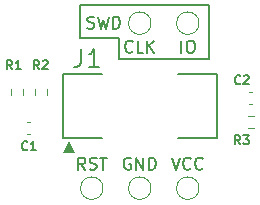
<source format=gbr>
%TF.GenerationSoftware,KiCad,Pcbnew,(5.1.7)-1*%
%TF.CreationDate,2021-02-21T14:58:14-08:00*%
%TF.ProjectId,swd-connection,7377642d-636f-46e6-9e65-6374696f6e2e,A*%
%TF.SameCoordinates,Original*%
%TF.FileFunction,Legend,Top*%
%TF.FilePolarity,Positive*%
%FSLAX46Y46*%
G04 Gerber Fmt 4.6, Leading zero omitted, Abs format (unit mm)*
G04 Created by KiCad (PCBNEW (5.1.7)-1) date 2021-02-21 14:58:14*
%MOMM*%
%LPD*%
G01*
G04 APERTURE LIST*
%ADD10C,0.152400*%
%ADD11C,0.150000*%
%ADD12C,0.120000*%
%ADD13C,0.127000*%
%ADD14C,0.100000*%
G04 APERTURE END LIST*
D10*
X33479619Y-72087619D02*
X33140952Y-71603809D01*
X32899047Y-72087619D02*
X32899047Y-71071619D01*
X33286095Y-71071619D01*
X33382857Y-71120000D01*
X33431238Y-71168380D01*
X33479619Y-71265142D01*
X33479619Y-71410285D01*
X33431238Y-71507047D01*
X33382857Y-71555428D01*
X33286095Y-71603809D01*
X32899047Y-71603809D01*
X33866666Y-72039238D02*
X34011809Y-72087619D01*
X34253714Y-72087619D01*
X34350476Y-72039238D01*
X34398857Y-71990857D01*
X34447238Y-71894095D01*
X34447238Y-71797333D01*
X34398857Y-71700571D01*
X34350476Y-71652190D01*
X34253714Y-71603809D01*
X34060190Y-71555428D01*
X33963428Y-71507047D01*
X33915047Y-71458666D01*
X33866666Y-71361904D01*
X33866666Y-71265142D01*
X33915047Y-71168380D01*
X33963428Y-71120000D01*
X34060190Y-71071619D01*
X34302095Y-71071619D01*
X34447238Y-71120000D01*
X34737523Y-71071619D02*
X35318095Y-71071619D01*
X35027809Y-72087619D02*
X35027809Y-71071619D01*
X40809333Y-71071619D02*
X41148000Y-72087619D01*
X41486666Y-71071619D01*
X42405904Y-71990857D02*
X42357523Y-72039238D01*
X42212380Y-72087619D01*
X42115619Y-72087619D01*
X41970476Y-72039238D01*
X41873714Y-71942476D01*
X41825333Y-71845714D01*
X41776952Y-71652190D01*
X41776952Y-71507047D01*
X41825333Y-71313523D01*
X41873714Y-71216761D01*
X41970476Y-71120000D01*
X42115619Y-71071619D01*
X42212380Y-71071619D01*
X42357523Y-71120000D01*
X42405904Y-71168380D01*
X43421904Y-71990857D02*
X43373523Y-72039238D01*
X43228380Y-72087619D01*
X43131619Y-72087619D01*
X42986476Y-72039238D01*
X42889714Y-71942476D01*
X42841333Y-71845714D01*
X42792952Y-71652190D01*
X42792952Y-71507047D01*
X42841333Y-71313523D01*
X42889714Y-71216761D01*
X42986476Y-71120000D01*
X43131619Y-71071619D01*
X43228380Y-71071619D01*
X43373523Y-71120000D01*
X43421904Y-71168380D01*
X37325904Y-71120000D02*
X37229142Y-71071619D01*
X37084000Y-71071619D01*
X36938857Y-71120000D01*
X36842095Y-71216761D01*
X36793714Y-71313523D01*
X36745333Y-71507047D01*
X36745333Y-71652190D01*
X36793714Y-71845714D01*
X36842095Y-71942476D01*
X36938857Y-72039238D01*
X37084000Y-72087619D01*
X37180761Y-72087619D01*
X37325904Y-72039238D01*
X37374285Y-71990857D01*
X37374285Y-71652190D01*
X37180761Y-71652190D01*
X37809714Y-72087619D02*
X37809714Y-71071619D01*
X38390285Y-72087619D01*
X38390285Y-71071619D01*
X38874095Y-72087619D02*
X38874095Y-71071619D01*
X39116000Y-71071619D01*
X39261142Y-71120000D01*
X39357904Y-71216761D01*
X39406285Y-71313523D01*
X39454666Y-71507047D01*
X39454666Y-71652190D01*
X39406285Y-71845714D01*
X39357904Y-71942476D01*
X39261142Y-72039238D01*
X39116000Y-72087619D01*
X38874095Y-72087619D01*
D11*
X36322000Y-60960000D02*
X36322000Y-62738000D01*
X36322000Y-60960000D02*
X33020000Y-60960000D01*
D10*
X41631809Y-62181619D02*
X41631809Y-61165619D01*
X42309142Y-61165619D02*
X42502666Y-61165619D01*
X42599428Y-61214000D01*
X42696190Y-61310761D01*
X42744571Y-61504285D01*
X42744571Y-61842952D01*
X42696190Y-62036476D01*
X42599428Y-62133238D01*
X42502666Y-62181619D01*
X42309142Y-62181619D01*
X42212380Y-62133238D01*
X42115619Y-62036476D01*
X42067238Y-61842952D01*
X42067238Y-61504285D01*
X42115619Y-61310761D01*
X42212380Y-61214000D01*
X42309142Y-61165619D01*
X37495238Y-62084857D02*
X37446857Y-62133238D01*
X37301714Y-62181619D01*
X37204952Y-62181619D01*
X37059809Y-62133238D01*
X36963047Y-62036476D01*
X36914666Y-61939714D01*
X36866285Y-61746190D01*
X36866285Y-61601047D01*
X36914666Y-61407523D01*
X36963047Y-61310761D01*
X37059809Y-61214000D01*
X37204952Y-61165619D01*
X37301714Y-61165619D01*
X37446857Y-61214000D01*
X37495238Y-61262380D01*
X38414476Y-62181619D02*
X37930666Y-62181619D01*
X37930666Y-61165619D01*
X38753142Y-62181619D02*
X38753142Y-61165619D01*
X39333714Y-62181619D02*
X38898285Y-61601047D01*
X39333714Y-61165619D02*
X38753142Y-61746190D01*
X33673142Y-60101238D02*
X33818285Y-60149619D01*
X34060190Y-60149619D01*
X34156952Y-60101238D01*
X34205333Y-60052857D01*
X34253714Y-59956095D01*
X34253714Y-59859333D01*
X34205333Y-59762571D01*
X34156952Y-59714190D01*
X34060190Y-59665809D01*
X33866666Y-59617428D01*
X33769904Y-59569047D01*
X33721523Y-59520666D01*
X33673142Y-59423904D01*
X33673142Y-59327142D01*
X33721523Y-59230380D01*
X33769904Y-59182000D01*
X33866666Y-59133619D01*
X34108571Y-59133619D01*
X34253714Y-59182000D01*
X34592380Y-59133619D02*
X34834285Y-60149619D01*
X35027809Y-59423904D01*
X35221333Y-60149619D01*
X35463238Y-59133619D01*
X35850285Y-60149619D02*
X35850285Y-59133619D01*
X36092190Y-59133619D01*
X36237333Y-59182000D01*
X36334095Y-59278761D01*
X36382476Y-59375523D01*
X36430857Y-59569047D01*
X36430857Y-59714190D01*
X36382476Y-59907714D01*
X36334095Y-60004476D01*
X36237333Y-60101238D01*
X36092190Y-60149619D01*
X35850285Y-60149619D01*
D11*
X33020000Y-60960000D02*
X33020000Y-58166000D01*
X43942000Y-62738000D02*
X36322000Y-62738000D01*
X43942000Y-58166000D02*
X43942000Y-62738000D01*
X33020000Y-58166000D02*
X43942000Y-58166000D01*
D12*
%TO.C,J6*%
X39050000Y-73660000D02*
G75*
G03*
X39050000Y-73660000I-950000J0D01*
G01*
%TO.C,R1*%
X28208500Y-65294742D02*
X28208500Y-65769258D01*
X27163500Y-65294742D02*
X27163500Y-65769258D01*
%TO.C,C2*%
X47357420Y-66550000D02*
X47638580Y-66550000D01*
X47357420Y-65530000D02*
X47638580Y-65530000D01*
%TO.C,C1*%
X28842580Y-69090000D02*
X28561420Y-69090000D01*
X28842580Y-68070000D02*
X28561420Y-68070000D01*
%TO.C,R3*%
X47735258Y-68594500D02*
X47260742Y-68594500D01*
X47735258Y-67549500D02*
X47260742Y-67549500D01*
%TO.C,R2*%
X30240500Y-65769258D02*
X30240500Y-65294742D01*
X29195500Y-65769258D02*
X29195500Y-65294742D01*
%TO.C,J1*%
X43114000Y-73660000D02*
G75*
G03*
X43114000Y-73660000I-950000J0D01*
G01*
%TO.C,J3*%
X43114000Y-59690000D02*
G75*
G03*
X43114000Y-59690000I-950000J0D01*
G01*
%TO.C,J4*%
X39050000Y-59690000D02*
G75*
G03*
X39050000Y-59690000I-950000J0D01*
G01*
%TO.C,J5*%
X34986000Y-73660000D02*
G75*
G03*
X34986000Y-73660000I-950000J0D01*
G01*
D13*
%TO.C,J1*%
X44600000Y-69375000D02*
X41300000Y-69375000D01*
X44600000Y-63975000D02*
X44600000Y-69375000D01*
X41300000Y-63975000D02*
X44600000Y-63975000D01*
X31600000Y-69375000D02*
X34900000Y-69375000D01*
X31600000Y-63975000D02*
X31600000Y-69375000D01*
X34900000Y-63975000D02*
X31600000Y-63975000D01*
D14*
G36*
X31600000Y-70675000D02*
G01*
X32600000Y-70675000D01*
X32100000Y-69675000D01*
X31600000Y-70675000D01*
G37*
%TO.C,R1*%
D10*
X27305000Y-63590714D02*
X27051000Y-63227857D01*
X26869571Y-63590714D02*
X26869571Y-62828714D01*
X27159857Y-62828714D01*
X27232428Y-62865000D01*
X27268714Y-62901285D01*
X27305000Y-62973857D01*
X27305000Y-63082714D01*
X27268714Y-63155285D01*
X27232428Y-63191571D01*
X27159857Y-63227857D01*
X26869571Y-63227857D01*
X28030714Y-63590714D02*
X27595285Y-63590714D01*
X27813000Y-63590714D02*
X27813000Y-62828714D01*
X27740428Y-62937571D01*
X27667857Y-63010142D01*
X27595285Y-63046428D01*
%TO.C,C2*%
X46609000Y-64788142D02*
X46572714Y-64824428D01*
X46463857Y-64860714D01*
X46391285Y-64860714D01*
X46282428Y-64824428D01*
X46209857Y-64751857D01*
X46173571Y-64679285D01*
X46137285Y-64534142D01*
X46137285Y-64425285D01*
X46173571Y-64280142D01*
X46209857Y-64207571D01*
X46282428Y-64135000D01*
X46391285Y-64098714D01*
X46463857Y-64098714D01*
X46572714Y-64135000D01*
X46609000Y-64171285D01*
X46899285Y-64171285D02*
X46935571Y-64135000D01*
X47008142Y-64098714D01*
X47189571Y-64098714D01*
X47262142Y-64135000D01*
X47298428Y-64171285D01*
X47334714Y-64243857D01*
X47334714Y-64316428D01*
X47298428Y-64425285D01*
X46863000Y-64860714D01*
X47334714Y-64860714D01*
%TO.C,C1*%
X28575000Y-70376142D02*
X28538714Y-70412428D01*
X28429857Y-70448714D01*
X28357285Y-70448714D01*
X28248428Y-70412428D01*
X28175857Y-70339857D01*
X28139571Y-70267285D01*
X28103285Y-70122142D01*
X28103285Y-70013285D01*
X28139571Y-69868142D01*
X28175857Y-69795571D01*
X28248428Y-69723000D01*
X28357285Y-69686714D01*
X28429857Y-69686714D01*
X28538714Y-69723000D01*
X28575000Y-69759285D01*
X29300714Y-70448714D02*
X28865285Y-70448714D01*
X29083000Y-70448714D02*
X29083000Y-69686714D01*
X29010428Y-69795571D01*
X28937857Y-69868142D01*
X28865285Y-69904428D01*
%TO.C,R3*%
X46609000Y-69940714D02*
X46355000Y-69577857D01*
X46173571Y-69940714D02*
X46173571Y-69178714D01*
X46463857Y-69178714D01*
X46536428Y-69215000D01*
X46572714Y-69251285D01*
X46609000Y-69323857D01*
X46609000Y-69432714D01*
X46572714Y-69505285D01*
X46536428Y-69541571D01*
X46463857Y-69577857D01*
X46173571Y-69577857D01*
X46863000Y-69178714D02*
X47334714Y-69178714D01*
X47080714Y-69469000D01*
X47189571Y-69469000D01*
X47262142Y-69505285D01*
X47298428Y-69541571D01*
X47334714Y-69614142D01*
X47334714Y-69795571D01*
X47298428Y-69868142D01*
X47262142Y-69904428D01*
X47189571Y-69940714D01*
X46971857Y-69940714D01*
X46899285Y-69904428D01*
X46863000Y-69868142D01*
%TO.C,R2*%
X29591000Y-63590714D02*
X29337000Y-63227857D01*
X29155571Y-63590714D02*
X29155571Y-62828714D01*
X29445857Y-62828714D01*
X29518428Y-62865000D01*
X29554714Y-62901285D01*
X29591000Y-62973857D01*
X29591000Y-63082714D01*
X29554714Y-63155285D01*
X29518428Y-63191571D01*
X29445857Y-63227857D01*
X29155571Y-63227857D01*
X29881285Y-62901285D02*
X29917571Y-62865000D01*
X29990142Y-62828714D01*
X30171571Y-62828714D01*
X30244142Y-62865000D01*
X30280428Y-62901285D01*
X30316714Y-62973857D01*
X30316714Y-63046428D01*
X30280428Y-63155285D01*
X29845000Y-63590714D01*
X30316714Y-63590714D01*
%TO.C,J1*%
X33155345Y-61903428D02*
X33155345Y-62992000D01*
X33082774Y-63209714D01*
X32937631Y-63354857D01*
X32719917Y-63427428D01*
X32574774Y-63427428D01*
X34679345Y-63427428D02*
X33808488Y-63427428D01*
X34243917Y-63427428D02*
X34243917Y-61903428D01*
X34098774Y-62121142D01*
X33953631Y-62266285D01*
X33808488Y-62338857D01*
%TD*%
M02*

</source>
